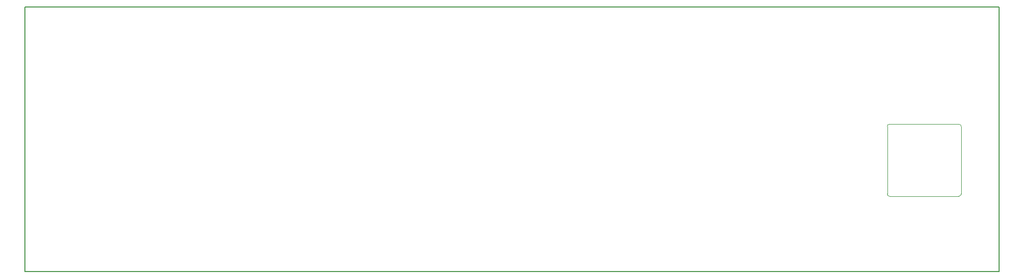
<source format=gm1>
%TF.GenerationSoftware,KiCad,Pcbnew,(6.0.0-rc1-393-g0ad0627bb0)*%
%TF.CreationDate,2021-12-16T01:21:56+00:00*%
%TF.ProjectId,solarpump_disp,736f6c61-7270-4756-9d70-5f646973702e,1.0*%
%TF.SameCoordinates,Original*%
%TF.FileFunction,Profile,NP*%
%FSLAX46Y46*%
G04 Gerber Fmt 4.6, Leading zero omitted, Abs format (unit mm)*
G04 Created by KiCad (PCBNEW (6.0.0-rc1-393-g0ad0627bb0)) date 2021-12-16 01:21:56*
%MOMM*%
%LPD*%
G01*
G04 APERTURE LIST*
%TA.AperFunction,Profile*%
%ADD10C,0.200000*%
%TD*%
%TA.AperFunction,Profile*%
%ADD11C,0.100000*%
%TD*%
G04 APERTURE END LIST*
D10*
X17500000Y-12496000D02*
X183000000Y-12496000D01*
X183000000Y-12496000D02*
X183000000Y-57496000D01*
X183000000Y-57496000D02*
X17500000Y-57496000D01*
X17500000Y-57496000D02*
X17500000Y-12496000D01*
D11*
%TO.C,SW2*%
X164008600Y-44260492D02*
X164007008Y-32800900D01*
X164388008Y-32419900D02*
X176199193Y-32423308D01*
X176188600Y-44640500D02*
X164389600Y-44641492D01*
X176580193Y-32804308D02*
X176580192Y-44260493D01*
X164008600Y-44260492D02*
G75*
G03*
X164389600Y-44641492I381002J2D01*
G01*
X176199192Y-44641493D02*
G75*
G03*
X176580192Y-44260493I-2J381002D01*
G01*
X164388008Y-32419900D02*
G75*
G03*
X164007008Y-32800900I2J-381002D01*
G01*
X176580193Y-32804308D02*
G75*
G03*
X176199193Y-32423308I-381002J-2D01*
G01*
%TD*%
M02*

</source>
